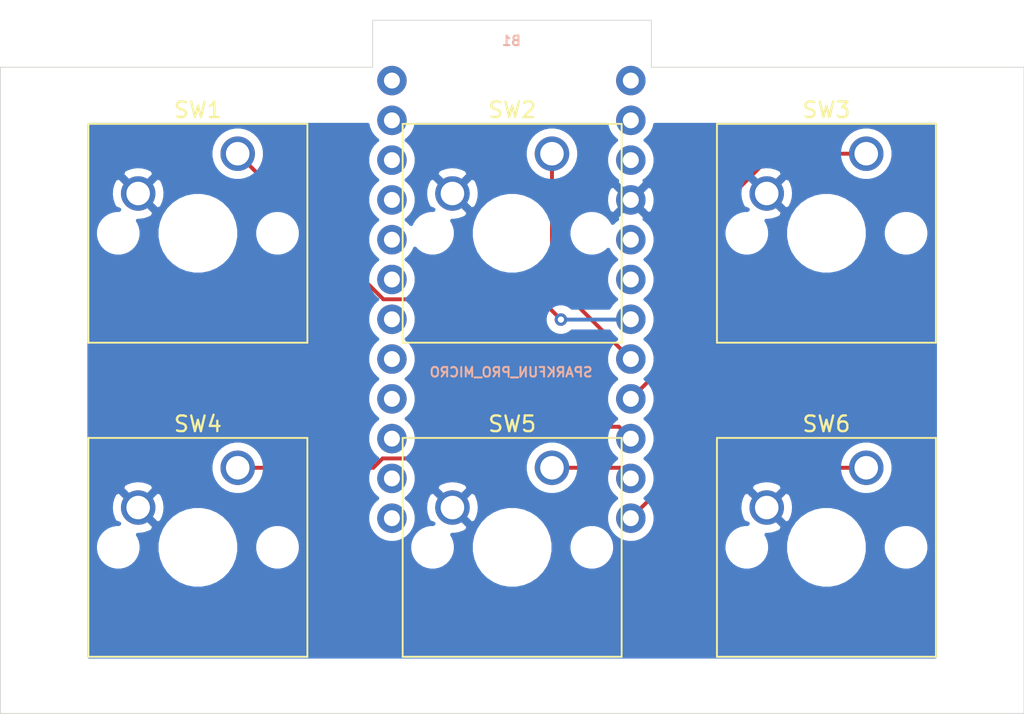
<source format=kicad_pcb>
(kicad_pcb (version 20171130) (host pcbnew "(5.1.9)-1")

  (general
    (thickness 1.6)
    (drawings 8)
    (tracks 22)
    (zones 0)
    (modules 7)
    (nets 25)
  )

  (page A4)
  (layers
    (0 F.Cu signal)
    (31 B.Cu signal)
    (32 B.Adhes user)
    (33 F.Adhes user)
    (34 B.Paste user)
    (35 F.Paste user)
    (36 B.SilkS user)
    (37 F.SilkS user)
    (38 B.Mask user)
    (39 F.Mask user)
    (40 Dwgs.User user)
    (41 Cmts.User user)
    (42 Eco1.User user)
    (43 Eco2.User user)
    (44 Edge.Cuts user)
    (45 Margin user)
    (46 B.CrtYd user)
    (47 F.CrtYd user)
    (48 B.Fab user)
    (49 F.Fab user)
  )

  (setup
    (last_trace_width 0.25)
    (trace_clearance 0.2)
    (zone_clearance 0.508)
    (zone_45_only no)
    (trace_min 0.2)
    (via_size 0.8)
    (via_drill 0.4)
    (via_min_size 0.4)
    (via_min_drill 0.3)
    (uvia_size 0.3)
    (uvia_drill 0.1)
    (uvias_allowed no)
    (uvia_min_size 0.2)
    (uvia_min_drill 0.1)
    (edge_width 0.05)
    (segment_width 0.2)
    (pcb_text_width 0.3)
    (pcb_text_size 1.5 1.5)
    (mod_edge_width 0.12)
    (mod_text_size 1 1)
    (mod_text_width 0.15)
    (pad_size 1.524 1.524)
    (pad_drill 0.762)
    (pad_to_mask_clearance 0)
    (aux_axis_origin 0 0)
    (visible_elements 7FFFFFFF)
    (pcbplotparams
      (layerselection 0x010fc_ffffffff)
      (usegerberextensions false)
      (usegerberattributes true)
      (usegerberadvancedattributes true)
      (creategerberjobfile true)
      (excludeedgelayer true)
      (linewidth 0.100000)
      (plotframeref false)
      (viasonmask false)
      (mode 1)
      (useauxorigin false)
      (hpglpennumber 1)
      (hpglpenspeed 20)
      (hpglpendiameter 15.000000)
      (psnegative false)
      (psa4output false)
      (plotreference true)
      (plotvalue true)
      (plotinvisibletext false)
      (padsonsilk false)
      (subtractmaskfromsilk false)
      (outputformat 1)
      (mirror false)
      (drillshape 0)
      (scaleselection 1)
      (outputdirectory "gerber/"))
  )

  (net 0 "")
  (net 1 GND)
  (net 2 /sw1)
  (net 3 /sw2)
  (net 4 /sw3)
  (net 5 /sw4)
  (net 6 /sw5)
  (net 7 /sw6)
  (net 8 "Net-(B1-Pad24)")
  (net 9 "Net-(B1-Pad23)")
  (net 10 "Net-(B1-Pad22)")
  (net 11 "Net-(B1-Pad21)")
  (net 12 "Net-(B1-Pad20)")
  (net 13 "Net-(B1-Pad19)")
  (net 14 "Net-(B1-Pad18)")
  (net 15 "Net-(B1-Pad17)")
  (net 16 "Net-(B1-Pad16)")
  (net 17 "Net-(B1-Pad15)")
  (net 18 "Net-(B1-Pad14)")
  (net 19 "Net-(B1-Pad13)")
  (net 20 "Net-(B1-Pad6)")
  (net 21 "Net-(B1-Pad5)")
  (net 22 "Net-(B1-Pad3)")
  (net 23 "Net-(B1-Pad2)")
  (net 24 "Net-(B1-Pad1)")

  (net_class Default "This is the default net class."
    (clearance 0.2)
    (trace_width 0.25)
    (via_dia 0.8)
    (via_drill 0.4)
    (uvia_dia 0.3)
    (uvia_drill 0.1)
    (add_net /sw1)
    (add_net /sw2)
    (add_net /sw3)
    (add_net /sw4)
    (add_net /sw5)
    (add_net /sw6)
    (add_net GND)
    (add_net "Net-(B1-Pad1)")
    (add_net "Net-(B1-Pad13)")
    (add_net "Net-(B1-Pad14)")
    (add_net "Net-(B1-Pad15)")
    (add_net "Net-(B1-Pad16)")
    (add_net "Net-(B1-Pad17)")
    (add_net "Net-(B1-Pad18)")
    (add_net "Net-(B1-Pad19)")
    (add_net "Net-(B1-Pad2)")
    (add_net "Net-(B1-Pad20)")
    (add_net "Net-(B1-Pad21)")
    (add_net "Net-(B1-Pad22)")
    (add_net "Net-(B1-Pad23)")
    (add_net "Net-(B1-Pad24)")
    (add_net "Net-(B1-Pad3)")
    (add_net "Net-(B1-Pad5)")
    (add_net "Net-(B1-Pad6)")
  )

  (module Button_Switch_Keyboard:SW_Cherry_MX_1.00u_PCB locked (layer F.Cu) (tedit 5A02FE24) (tstamp 60F7A87A)
    (at 139.44 68.22)
    (descr "Cherry MX keyswitch, 1.00u, PCB mount, http://cherryamericas.com/wp-content/uploads/2014/12/mx_cat.pdf")
    (tags "Cherry MX keyswitch 1.00u PCB")
    (path /60F6E584)
    (fp_text reference SW5 (at -2.54 -2.794) (layer F.SilkS)
      (effects (font (size 1 1) (thickness 0.15)))
    )
    (fp_text value SW_Push (at -2.54 12.954) (layer F.Fab)
      (effects (font (size 1 1) (thickness 0.15)))
    )
    (fp_line (start -9.525 12.065) (end -9.525 -1.905) (layer F.SilkS) (width 0.12))
    (fp_line (start 4.445 12.065) (end -9.525 12.065) (layer F.SilkS) (width 0.12))
    (fp_line (start 4.445 -1.905) (end 4.445 12.065) (layer F.SilkS) (width 0.12))
    (fp_line (start -9.525 -1.905) (end 4.445 -1.905) (layer F.SilkS) (width 0.12))
    (fp_line (start -12.065 14.605) (end -12.065 -4.445) (layer Dwgs.User) (width 0.15))
    (fp_line (start 6.985 14.605) (end -12.065 14.605) (layer Dwgs.User) (width 0.15))
    (fp_line (start 6.985 -4.445) (end 6.985 14.605) (layer Dwgs.User) (width 0.15))
    (fp_line (start -12.065 -4.445) (end 6.985 -4.445) (layer Dwgs.User) (width 0.15))
    (fp_line (start -9.14 -1.52) (end 4.06 -1.52) (layer F.CrtYd) (width 0.05))
    (fp_line (start 4.06 -1.52) (end 4.06 11.68) (layer F.CrtYd) (width 0.05))
    (fp_line (start 4.06 11.68) (end -9.14 11.68) (layer F.CrtYd) (width 0.05))
    (fp_line (start -9.14 11.68) (end -9.14 -1.52) (layer F.CrtYd) (width 0.05))
    (fp_line (start -8.89 11.43) (end -8.89 -1.27) (layer F.Fab) (width 0.1))
    (fp_line (start 3.81 11.43) (end -8.89 11.43) (layer F.Fab) (width 0.1))
    (fp_line (start 3.81 -1.27) (end 3.81 11.43) (layer F.Fab) (width 0.1))
    (fp_line (start -8.89 -1.27) (end 3.81 -1.27) (layer F.Fab) (width 0.1))
    (fp_text user %R (at -2.54 -2.794) (layer F.Fab)
      (effects (font (size 1 1) (thickness 0.15)))
    )
    (pad "" np_thru_hole circle (at 2.54 5.08) (size 1.7 1.7) (drill 1.7) (layers *.Cu *.Mask))
    (pad "" np_thru_hole circle (at -7.62 5.08) (size 1.7 1.7) (drill 1.7) (layers *.Cu *.Mask))
    (pad "" np_thru_hole circle (at -2.54 5.08) (size 4 4) (drill 4) (layers *.Cu *.Mask))
    (pad 2 thru_hole circle (at -6.35 2.54) (size 2.2 2.2) (drill 1.5) (layers *.Cu *.Mask)
      (net 1 GND))
    (pad 1 thru_hole circle (at 0 0) (size 2.2 2.2) (drill 1.5) (layers *.Cu *.Mask)
      (net 6 /sw5))
    (model ${KISYS3DMOD}/Button_Switch_Keyboard.3dshapes/SW_Cherry_MX_1.00u_PCB.wrl
      (at (xyz 0 0 0))
      (scale (xyz 1 1 1))
      (rotate (xyz 0 0 0))
    )
  )

  (module Boards:SPARKFUN_PRO_MICRO (layer B.Cu) (tedit 200000) (tstamp 61137FE4)
    (at 136.85 56.2 180)
    (descr "SPARKFUN PRO MICO FOOTPRINT (WITH USB CONNECTOR)")
    (tags "SPARKFUN PRO MICO FOOTPRINT (WITH USB CONNECTOR)")
    (path /60F68ADE)
    (attr virtual)
    (fp_text reference B1 (at 0 15.24) (layer B.SilkS)
      (effects (font (size 0.6096 0.6096) (thickness 0.127)) (justify mirror))
    )
    (fp_text value SPARKFUN_PRO_MICRO (at 0.02 -5.92) (layer B.SilkS)
      (effects (font (size 0.6096 0.6096) (thickness 0.127)) (justify mirror))
    )
    (fp_line (start -8.89 16.51) (end -8.89 -16.51) (layer Dwgs.User) (width 0.127))
    (fp_line (start -8.89 -16.51) (end 8.89 -16.51) (layer Dwgs.User) (width 0.127))
    (fp_line (start 8.89 -16.51) (end 8.89 16.51) (layer Dwgs.User) (width 0.127))
    (fp_line (start 8.89 16.51) (end -8.89 16.51) (layer Dwgs.User) (width 0.127))
    (fp_line (start -3.81 16.51) (end -3.81 17.78) (layer Dwgs.User) (width 0.127))
    (fp_line (start -3.81 17.78) (end 3.81 17.78) (layer Dwgs.User) (width 0.127))
    (fp_line (start 3.81 17.78) (end 3.81 16.51) (layer Dwgs.User) (width 0.127))
    (fp_text user USB (at -0.0508 16.9164) (layer Dwgs.User)
      (effects (font (size 0.8128 0.8128) (thickness 0.1524)))
    )
    (pad 24 thru_hole circle (at 7.62 12.7 180) (size 1.8796 1.8796) (drill 1.016) (layers *.Cu *.Mask)
      (net 8 "Net-(B1-Pad24)") (solder_mask_margin 0.1016))
    (pad 23 thru_hole circle (at 7.62 10.16 180) (size 1.8796 1.8796) (drill 1.016) (layers *.Cu *.Mask)
      (net 9 "Net-(B1-Pad23)") (solder_mask_margin 0.1016))
    (pad 22 thru_hole circle (at 7.62 7.62 180) (size 1.8796 1.8796) (drill 1.016) (layers *.Cu *.Mask)
      (net 10 "Net-(B1-Pad22)") (solder_mask_margin 0.1016))
    (pad 21 thru_hole circle (at 7.62 5.08 180) (size 1.8796 1.8796) (drill 1.016) (layers *.Cu *.Mask)
      (net 11 "Net-(B1-Pad21)") (solder_mask_margin 0.1016))
    (pad 20 thru_hole circle (at 7.62 2.54 180) (size 1.8796 1.8796) (drill 1.016) (layers *.Cu *.Mask)
      (net 12 "Net-(B1-Pad20)") (solder_mask_margin 0.1016))
    (pad 19 thru_hole circle (at 7.62 0 180) (size 1.8796 1.8796) (drill 1.016) (layers *.Cu *.Mask)
      (net 13 "Net-(B1-Pad19)") (solder_mask_margin 0.1016))
    (pad 18 thru_hole circle (at 7.62 -2.54 180) (size 1.8796 1.8796) (drill 1.016) (layers *.Cu *.Mask)
      (net 14 "Net-(B1-Pad18)") (solder_mask_margin 0.1016))
    (pad 17 thru_hole circle (at 7.62 -5.08 180) (size 1.8796 1.8796) (drill 1.016) (layers *.Cu *.Mask)
      (net 15 "Net-(B1-Pad17)") (solder_mask_margin 0.1016))
    (pad 16 thru_hole circle (at 7.62 -7.62 180) (size 1.8796 1.8796) (drill 1.016) (layers *.Cu *.Mask)
      (net 16 "Net-(B1-Pad16)") (solder_mask_margin 0.1016))
    (pad 15 thru_hole circle (at 7.62 -10.16 180) (size 1.8796 1.8796) (drill 1.016) (layers *.Cu *.Mask)
      (net 17 "Net-(B1-Pad15)") (solder_mask_margin 0.1016))
    (pad 14 thru_hole circle (at 7.62 -12.7 180) (size 1.8796 1.8796) (drill 1.016) (layers *.Cu *.Mask)
      (net 18 "Net-(B1-Pad14)") (solder_mask_margin 0.1016))
    (pad 13 thru_hole circle (at 7.62 -15.24 180) (size 1.8796 1.8796) (drill 1.016) (layers *.Cu *.Mask)
      (net 19 "Net-(B1-Pad13)") (solder_mask_margin 0.1016))
    (pad 12 thru_hole circle (at -7.62 -15.24 180) (size 1.8796 1.8796) (drill 1.016) (layers *.Cu *.Mask)
      (net 7 /sw6) (solder_mask_margin 0.1016))
    (pad 11 thru_hole circle (at -7.62 -12.7 180) (size 1.8796 1.8796) (drill 1.016) (layers *.Cu *.Mask)
      (net 6 /sw5) (solder_mask_margin 0.1016))
    (pad 10 thru_hole circle (at -7.62 -10.16 180) (size 1.8796 1.8796) (drill 1.016) (layers *.Cu *.Mask)
      (net 5 /sw4) (solder_mask_margin 0.1016))
    (pad 9 thru_hole circle (at -7.62 -7.62 180) (size 1.8796 1.8796) (drill 1.016) (layers *.Cu *.Mask)
      (net 4 /sw3) (solder_mask_margin 0.1016))
    (pad 8 thru_hole circle (at -7.62 -5.08 180) (size 1.8796 1.8796) (drill 1.016) (layers *.Cu *.Mask)
      (net 3 /sw2) (solder_mask_margin 0.1016))
    (pad 7 thru_hole circle (at -7.62 -2.54 180) (size 1.8796 1.8796) (drill 1.016) (layers *.Cu *.Mask)
      (net 2 /sw1) (solder_mask_margin 0.1016))
    (pad 6 thru_hole circle (at -7.62 0 180) (size 1.8796 1.8796) (drill 1.016) (layers *.Cu *.Mask)
      (net 20 "Net-(B1-Pad6)") (solder_mask_margin 0.1016))
    (pad 5 thru_hole circle (at -7.62 2.54 180) (size 1.8796 1.8796) (drill 1.016) (layers *.Cu *.Mask)
      (net 21 "Net-(B1-Pad5)") (solder_mask_margin 0.1016))
    (pad 4 thru_hole circle (at -7.62 5.08 180) (size 1.8796 1.8796) (drill 1.016) (layers *.Cu *.Mask)
      (net 1 GND) (solder_mask_margin 0.1016))
    (pad 3 thru_hole circle (at -7.62 7.62 180) (size 1.8796 1.8796) (drill 1.016) (layers *.Cu *.Mask)
      (net 22 "Net-(B1-Pad3)") (solder_mask_margin 0.1016))
    (pad 2 thru_hole circle (at -7.62 10.16 180) (size 1.8796 1.8796) (drill 1.016) (layers *.Cu *.Mask)
      (net 23 "Net-(B1-Pad2)") (solder_mask_margin 0.1016))
    (pad 1 thru_hole circle (at -7.62 12.7 180) (size 1.8796 1.8796) (drill 1.016) (layers *.Cu *.Mask)
      (net 24 "Net-(B1-Pad1)") (solder_mask_margin 0.1016))
  )

  (module Button_Switch_Keyboard:SW_Cherry_MX_1.00u_PCB locked (layer F.Cu) (tedit 5A02FE24) (tstamp 60F7B14A)
    (at 159.49 68.22)
    (descr "Cherry MX keyswitch, 1.00u, PCB mount, http://cherryamericas.com/wp-content/uploads/2014/12/mx_cat.pdf")
    (tags "Cherry MX keyswitch 1.00u PCB")
    (path /60F824A9)
    (fp_text reference SW6 (at -2.54 -2.794) (layer F.SilkS)
      (effects (font (size 1 1) (thickness 0.15)))
    )
    (fp_text value SW_Push (at -2.54 12.954) (layer F.Fab)
      (effects (font (size 1 1) (thickness 0.15)))
    )
    (fp_line (start -9.525 12.065) (end -9.525 -1.905) (layer F.SilkS) (width 0.12))
    (fp_line (start 4.445 12.065) (end -9.525 12.065) (layer F.SilkS) (width 0.12))
    (fp_line (start 4.445 -1.905) (end 4.445 12.065) (layer F.SilkS) (width 0.12))
    (fp_line (start -9.525 -1.905) (end 4.445 -1.905) (layer F.SilkS) (width 0.12))
    (fp_line (start -12.065 14.605) (end -12.065 -4.445) (layer Dwgs.User) (width 0.15))
    (fp_line (start 6.985 14.605) (end -12.065 14.605) (layer Dwgs.User) (width 0.15))
    (fp_line (start 6.985 -4.445) (end 6.985 14.605) (layer Dwgs.User) (width 0.15))
    (fp_line (start -12.065 -4.445) (end 6.985 -4.445) (layer Dwgs.User) (width 0.15))
    (fp_line (start -9.14 -1.52) (end 4.06 -1.52) (layer F.CrtYd) (width 0.05))
    (fp_line (start 4.06 -1.52) (end 4.06 11.68) (layer F.CrtYd) (width 0.05))
    (fp_line (start 4.06 11.68) (end -9.14 11.68) (layer F.CrtYd) (width 0.05))
    (fp_line (start -9.14 11.68) (end -9.14 -1.52) (layer F.CrtYd) (width 0.05))
    (fp_line (start -8.89 11.43) (end -8.89 -1.27) (layer F.Fab) (width 0.1))
    (fp_line (start 3.81 11.43) (end -8.89 11.43) (layer F.Fab) (width 0.1))
    (fp_line (start 3.81 -1.27) (end 3.81 11.43) (layer F.Fab) (width 0.1))
    (fp_line (start -8.89 -1.27) (end 3.81 -1.27) (layer F.Fab) (width 0.1))
    (fp_text user %R (at -2.54 -2.794) (layer F.Fab)
      (effects (font (size 1 1) (thickness 0.15)))
    )
    (pad "" np_thru_hole circle (at 2.54 5.08) (size 1.7 1.7) (drill 1.7) (layers *.Cu *.Mask))
    (pad "" np_thru_hole circle (at -7.62 5.08) (size 1.7 1.7) (drill 1.7) (layers *.Cu *.Mask))
    (pad "" np_thru_hole circle (at -2.54 5.08) (size 4 4) (drill 4) (layers *.Cu *.Mask))
    (pad 2 thru_hole circle (at -6.35 2.54) (size 2.2 2.2) (drill 1.5) (layers *.Cu *.Mask)
      (net 1 GND))
    (pad 1 thru_hole circle (at 0 0) (size 2.2 2.2) (drill 1.5) (layers *.Cu *.Mask)
      (net 7 /sw6))
    (model ${KISYS3DMOD}/Button_Switch_Keyboard.3dshapes/SW_Cherry_MX_1.00u_PCB.wrl
      (at (xyz 0 0 0))
      (scale (xyz 1 1 1))
      (rotate (xyz 0 0 0))
    )
  )

  (module Button_Switch_Keyboard:SW_Cherry_MX_1.00u_PCB locked (layer F.Cu) (tedit 5A02FE24) (tstamp 60F7AC24)
    (at 119.39 68.22)
    (descr "Cherry MX keyswitch, 1.00u, PCB mount, http://cherryamericas.com/wp-content/uploads/2014/12/mx_cat.pdf")
    (tags "Cherry MX keyswitch 1.00u PCB")
    (path /60F6DE95)
    (fp_text reference SW4 (at -2.54 -2.794) (layer F.SilkS)
      (effects (font (size 1 1) (thickness 0.15)))
    )
    (fp_text value SW_Push (at -2.54 12.954) (layer F.Fab)
      (effects (font (size 1 1) (thickness 0.15)))
    )
    (fp_line (start -9.525 12.065) (end -9.525 -1.905) (layer F.SilkS) (width 0.12))
    (fp_line (start 4.445 12.065) (end -9.525 12.065) (layer F.SilkS) (width 0.12))
    (fp_line (start 4.445 -1.905) (end 4.445 12.065) (layer F.SilkS) (width 0.12))
    (fp_line (start -9.525 -1.905) (end 4.445 -1.905) (layer F.SilkS) (width 0.12))
    (fp_line (start -12.065 14.605) (end -12.065 -4.445) (layer Dwgs.User) (width 0.15))
    (fp_line (start 6.985 14.605) (end -12.065 14.605) (layer Dwgs.User) (width 0.15))
    (fp_line (start 6.985 -4.445) (end 6.985 14.605) (layer Dwgs.User) (width 0.15))
    (fp_line (start -12.065 -4.445) (end 6.985 -4.445) (layer Dwgs.User) (width 0.15))
    (fp_line (start -9.14 -1.52) (end 4.06 -1.52) (layer F.CrtYd) (width 0.05))
    (fp_line (start 4.06 -1.52) (end 4.06 11.68) (layer F.CrtYd) (width 0.05))
    (fp_line (start 4.06 11.68) (end -9.14 11.68) (layer F.CrtYd) (width 0.05))
    (fp_line (start -9.14 11.68) (end -9.14 -1.52) (layer F.CrtYd) (width 0.05))
    (fp_line (start -8.89 11.43) (end -8.89 -1.27) (layer F.Fab) (width 0.1))
    (fp_line (start 3.81 11.43) (end -8.89 11.43) (layer F.Fab) (width 0.1))
    (fp_line (start 3.81 -1.27) (end 3.81 11.43) (layer F.Fab) (width 0.1))
    (fp_line (start -8.89 -1.27) (end 3.81 -1.27) (layer F.Fab) (width 0.1))
    (fp_text user %R (at -2.54 -2.794) (layer F.Fab)
      (effects (font (size 1 1) (thickness 0.15)))
    )
    (pad "" np_thru_hole circle (at 2.54 5.08) (size 1.7 1.7) (drill 1.7) (layers *.Cu *.Mask))
    (pad "" np_thru_hole circle (at -7.62 5.08) (size 1.7 1.7) (drill 1.7) (layers *.Cu *.Mask))
    (pad "" np_thru_hole circle (at -2.54 5.08) (size 4 4) (drill 4) (layers *.Cu *.Mask))
    (pad 2 thru_hole circle (at -6.35 2.54) (size 2.2 2.2) (drill 1.5) (layers *.Cu *.Mask)
      (net 1 GND))
    (pad 1 thru_hole circle (at 0 0) (size 2.2 2.2) (drill 1.5) (layers *.Cu *.Mask)
      (net 5 /sw4))
    (model ${KISYS3DMOD}/Button_Switch_Keyboard.3dshapes/SW_Cherry_MX_1.00u_PCB.wrl
      (at (xyz 0 0 0))
      (scale (xyz 1 1 1))
      (rotate (xyz 0 0 0))
    )
  )

  (module Button_Switch_Keyboard:SW_Cherry_MX_1.00u_PCB locked (layer F.Cu) (tedit 5A02FE24) (tstamp 60F7A017)
    (at 159.49 48.17)
    (descr "Cherry MX keyswitch, 1.00u, PCB mount, http://cherryamericas.com/wp-content/uploads/2014/12/mx_cat.pdf")
    (tags "Cherry MX keyswitch 1.00u PCB")
    (path /60F6D551)
    (fp_text reference SW3 (at -2.54 -2.794) (layer F.SilkS)
      (effects (font (size 1 1) (thickness 0.15)))
    )
    (fp_text value SW_Push (at -2.54 12.954) (layer F.Fab)
      (effects (font (size 1 1) (thickness 0.15)))
    )
    (fp_line (start -9.525 12.065) (end -9.525 -1.905) (layer F.SilkS) (width 0.12))
    (fp_line (start 4.445 12.065) (end -9.525 12.065) (layer F.SilkS) (width 0.12))
    (fp_line (start 4.445 -1.905) (end 4.445 12.065) (layer F.SilkS) (width 0.12))
    (fp_line (start -9.525 -1.905) (end 4.445 -1.905) (layer F.SilkS) (width 0.12))
    (fp_line (start -12.065 14.605) (end -12.065 -4.445) (layer Dwgs.User) (width 0.15))
    (fp_line (start 6.985 14.605) (end -12.065 14.605) (layer Dwgs.User) (width 0.15))
    (fp_line (start 6.985 -4.445) (end 6.985 14.605) (layer Dwgs.User) (width 0.15))
    (fp_line (start -12.065 -4.445) (end 6.985 -4.445) (layer Dwgs.User) (width 0.15))
    (fp_line (start -9.14 -1.52) (end 4.06 -1.52) (layer F.CrtYd) (width 0.05))
    (fp_line (start 4.06 -1.52) (end 4.06 11.68) (layer F.CrtYd) (width 0.05))
    (fp_line (start 4.06 11.68) (end -9.14 11.68) (layer F.CrtYd) (width 0.05))
    (fp_line (start -9.14 11.68) (end -9.14 -1.52) (layer F.CrtYd) (width 0.05))
    (fp_line (start -8.89 11.43) (end -8.89 -1.27) (layer F.Fab) (width 0.1))
    (fp_line (start 3.81 11.43) (end -8.89 11.43) (layer F.Fab) (width 0.1))
    (fp_line (start 3.81 -1.27) (end 3.81 11.43) (layer F.Fab) (width 0.1))
    (fp_line (start -8.89 -1.27) (end 3.81 -1.27) (layer F.Fab) (width 0.1))
    (fp_text user %R (at -2.54 -2.794) (layer F.Fab)
      (effects (font (size 1 1) (thickness 0.15)))
    )
    (pad "" np_thru_hole circle (at 2.54 5.08) (size 1.7 1.7) (drill 1.7) (layers *.Cu *.Mask))
    (pad "" np_thru_hole circle (at -7.62 5.08) (size 1.7 1.7) (drill 1.7) (layers *.Cu *.Mask))
    (pad "" np_thru_hole circle (at -2.54 5.08) (size 4 4) (drill 4) (layers *.Cu *.Mask))
    (pad 2 thru_hole circle (at -6.35 2.54) (size 2.2 2.2) (drill 1.5) (layers *.Cu *.Mask)
      (net 1 GND))
    (pad 1 thru_hole circle (at 0 0) (size 2.2 2.2) (drill 1.5) (layers *.Cu *.Mask)
      (net 4 /sw3))
    (model ${KISYS3DMOD}/Button_Switch_Keyboard.3dshapes/SW_Cherry_MX_1.00u_PCB.wrl
      (at (xyz 0 0 0))
      (scale (xyz 1 1 1))
      (rotate (xyz 0 0 0))
    )
  )

  (module Button_Switch_Keyboard:SW_Cherry_MX_1.00u_PCB locked (layer F.Cu) (tedit 5A02FE24) (tstamp 61121366)
    (at 139.44 48.17)
    (descr "Cherry MX keyswitch, 1.00u, PCB mount, http://cherryamericas.com/wp-content/uploads/2014/12/mx_cat.pdf")
    (tags "Cherry MX keyswitch 1.00u PCB")
    (path /60F6C6B3)
    (fp_text reference SW2 (at -2.54 -2.794) (layer F.SilkS)
      (effects (font (size 1 1) (thickness 0.15)))
    )
    (fp_text value SW_Push (at -2.54 12.954) (layer F.Fab)
      (effects (font (size 1 1) (thickness 0.15)))
    )
    (fp_line (start -9.525 12.065) (end -9.525 -1.905) (layer F.SilkS) (width 0.12))
    (fp_line (start 4.445 12.065) (end -9.525 12.065) (layer F.SilkS) (width 0.12))
    (fp_line (start 4.445 -1.905) (end 4.445 12.065) (layer F.SilkS) (width 0.12))
    (fp_line (start -9.525 -1.905) (end 4.445 -1.905) (layer F.SilkS) (width 0.12))
    (fp_line (start -12.065 14.605) (end -12.065 -4.445) (layer Dwgs.User) (width 0.15))
    (fp_line (start 6.985 14.605) (end -12.065 14.605) (layer Dwgs.User) (width 0.15))
    (fp_line (start 6.985 -4.445) (end 6.985 14.605) (layer Dwgs.User) (width 0.15))
    (fp_line (start -12.065 -4.445) (end 6.985 -4.445) (layer Dwgs.User) (width 0.15))
    (fp_line (start -9.14 -1.52) (end 4.06 -1.52) (layer F.CrtYd) (width 0.05))
    (fp_line (start 4.06 -1.52) (end 4.06 11.68) (layer F.CrtYd) (width 0.05))
    (fp_line (start 4.06 11.68) (end -9.14 11.68) (layer F.CrtYd) (width 0.05))
    (fp_line (start -9.14 11.68) (end -9.14 -1.52) (layer F.CrtYd) (width 0.05))
    (fp_line (start -8.89 11.43) (end -8.89 -1.27) (layer F.Fab) (width 0.1))
    (fp_line (start 3.81 11.43) (end -8.89 11.43) (layer F.Fab) (width 0.1))
    (fp_line (start 3.81 -1.27) (end 3.81 11.43) (layer F.Fab) (width 0.1))
    (fp_line (start -8.89 -1.27) (end 3.81 -1.27) (layer F.Fab) (width 0.1))
    (fp_text user %R (at -2.54 -2.794) (layer F.Fab)
      (effects (font (size 1 1) (thickness 0.15)))
    )
    (pad "" np_thru_hole circle (at 2.54 5.08) (size 1.7 1.7) (drill 1.7) (layers *.Cu *.Mask))
    (pad "" np_thru_hole circle (at -7.62 5.08) (size 1.7 1.7) (drill 1.7) (layers *.Cu *.Mask))
    (pad "" np_thru_hole circle (at -2.54 5.08) (size 4 4) (drill 4) (layers *.Cu *.Mask))
    (pad 2 thru_hole circle (at -6.35 2.54) (size 2.2 2.2) (drill 1.5) (layers *.Cu *.Mask)
      (net 1 GND))
    (pad 1 thru_hole circle (at 0 0) (size 2.2 2.2) (drill 1.5) (layers *.Cu *.Mask)
      (net 3 /sw2))
    (model ${KISYS3DMOD}/Button_Switch_Keyboard.3dshapes/SW_Cherry_MX_1.00u_PCB.wrl
      (at (xyz 0 0 0))
      (scale (xyz 1 1 1))
      (rotate (xyz 0 0 0))
    )
  )

  (module Button_Switch_Keyboard:SW_Cherry_MX_1.00u_PCB locked (layer F.Cu) (tedit 5A02FE24) (tstamp 60F6D646)
    (at 119.390001 48.170001)
    (descr "Cherry MX keyswitch, 1.00u, PCB mount, http://cherryamericas.com/wp-content/uploads/2014/12/mx_cat.pdf")
    (tags "Cherry MX keyswitch 1.00u PCB")
    (path /60F6B8EE)
    (fp_text reference SW1 (at -2.54 -2.794) (layer F.SilkS)
      (effects (font (size 1 1) (thickness 0.15)))
    )
    (fp_text value SW_Push (at -2.54 12.954) (layer F.Fab)
      (effects (font (size 1 1) (thickness 0.15)))
    )
    (fp_line (start -9.525 12.065) (end -9.525 -1.905) (layer F.SilkS) (width 0.12))
    (fp_line (start 4.445 12.065) (end -9.525 12.065) (layer F.SilkS) (width 0.12))
    (fp_line (start 4.445 -1.905) (end 4.445 12.065) (layer F.SilkS) (width 0.12))
    (fp_line (start -9.525 -1.905) (end 4.445 -1.905) (layer F.SilkS) (width 0.12))
    (fp_line (start -12.065 14.605) (end -12.065 -4.445) (layer Dwgs.User) (width 0.15))
    (fp_line (start 6.985 14.605) (end -12.065 14.605) (layer Dwgs.User) (width 0.15))
    (fp_line (start 6.985 -4.445) (end 6.985 14.605) (layer Dwgs.User) (width 0.15))
    (fp_line (start -12.065 -4.445) (end 6.985 -4.445) (layer Dwgs.User) (width 0.15))
    (fp_line (start -9.14 -1.52) (end 4.06 -1.52) (layer F.CrtYd) (width 0.05))
    (fp_line (start 4.06 -1.52) (end 4.06 11.68) (layer F.CrtYd) (width 0.05))
    (fp_line (start 4.06 11.68) (end -9.14 11.68) (layer F.CrtYd) (width 0.05))
    (fp_line (start -9.14 11.68) (end -9.14 -1.52) (layer F.CrtYd) (width 0.05))
    (fp_line (start -8.89 11.43) (end -8.89 -1.27) (layer F.Fab) (width 0.1))
    (fp_line (start 3.81 11.43) (end -8.89 11.43) (layer F.Fab) (width 0.1))
    (fp_line (start 3.81 -1.27) (end 3.81 11.43) (layer F.Fab) (width 0.1))
    (fp_line (start -8.89 -1.27) (end 3.81 -1.27) (layer F.Fab) (width 0.1))
    (fp_text user %R (at -2.54 -2.794) (layer F.Fab)
      (effects (font (size 1 1) (thickness 0.15)))
    )
    (pad "" np_thru_hole circle (at 2.54 5.08) (size 1.7 1.7) (drill 1.7) (layers *.Cu *.Mask))
    (pad "" np_thru_hole circle (at -7.62 5.08) (size 1.7 1.7) (drill 1.7) (layers *.Cu *.Mask))
    (pad "" np_thru_hole circle (at -2.54 5.08) (size 4 4) (drill 4) (layers *.Cu *.Mask))
    (pad 2 thru_hole circle (at -6.35 2.54) (size 2.2 2.2) (drill 1.5) (layers *.Cu *.Mask)
      (net 1 GND))
    (pad 1 thru_hole circle (at 0 0) (size 2.2 2.2) (drill 1.5) (layers *.Cu *.Mask)
      (net 2 /sw1))
    (model ${KISYS3DMOD}/Button_Switch_Keyboard.3dshapes/SW_Cherry_MX_1.00u_PCB.wrl
      (at (xyz 0 0 0))
      (scale (xyz 1 1 1))
      (rotate (xyz 0 0 0))
    )
  )

  (gr_line (start 145.78 42.65) (end 169.55 42.65) (layer Edge.Cuts) (width 0.05) (tstamp 6113809E))
  (gr_line (start 128 42.65) (end 104.25 42.65) (layer Edge.Cuts) (width 0.05) (tstamp 6113809D))
  (gr_line (start 128 39.65) (end 145.78 39.65) (layer Edge.Cuts) (width 0.05) (tstamp 61137ED5))
  (gr_line (start 145.78 42.65) (end 145.78 39.65) (layer Edge.Cuts) (width 0.05))
  (gr_line (start 128 42.65) (end 128 39.65) (layer Edge.Cuts) (width 0.05))
  (gr_line (start 104.25 83.9) (end 104.25 42.65) (layer Edge.Cuts) (width 0.05) (tstamp 61136860))
  (gr_line (start 169.55 83.9) (end 104.25 83.9) (layer Edge.Cuts) (width 0.05))
  (gr_line (start 169.55 42.65) (end 169.55 83.9) (layer Edge.Cuts) (width 0.05))

  (via (at 140.01 58.76) (size 0.8) (drill 0.4) (layers F.Cu B.Cu) (net 2))
  (segment (start 138.714801 57.464801) (end 140.01 58.76) (width 0.25) (layer F.Cu) (net 2))
  (segment (start 128.684801 57.464801) (end 138.714801 57.464801) (width 0.25) (layer F.Cu) (net 2))
  (segment (start 119.390001 48.170001) (end 128.684801 57.464801) (width 0.25) (layer F.Cu) (net 2))
  (segment (start 144.45 58.76) (end 144.47 58.74) (width 0.25) (layer B.Cu) (net 2))
  (segment (start 140.01 58.76) (end 144.45 58.76) (width 0.25) (layer B.Cu) (net 2))
  (segment (start 139.44 56.25) (end 144.47 61.28) (width 0.25) (layer F.Cu) (net 3))
  (segment (start 139.44 48.17) (end 139.44 56.25) (width 0.25) (layer F.Cu) (net 3))
  (segment (start 153.570998 48.17) (end 146.78 54.960998) (width 0.25) (layer F.Cu) (net 4))
  (segment (start 159.49 48.17) (end 153.570998 48.17) (width 0.25) (layer F.Cu) (net 4))
  (segment (start 146.78 61.51) (end 144.47 63.82) (width 0.25) (layer F.Cu) (net 4))
  (segment (start 146.78 54.960998) (end 146.78 61.51) (width 0.25) (layer F.Cu) (net 4))
  (segment (start 143.71 65.6) (end 144.47 66.36) (width 0.25) (layer F.Cu) (net 5))
  (segment (start 139.41 65.6) (end 143.71 65.6) (width 0.25) (layer F.Cu) (net 5))
  (segment (start 137.385199 67.624801) (end 139.41 65.6) (width 0.25) (layer F.Cu) (net 5))
  (segment (start 128.635199 67.624801) (end 137.385199 67.624801) (width 0.25) (layer F.Cu) (net 5))
  (segment (start 128.04 68.22) (end 128.635199 67.624801) (width 0.25) (layer F.Cu) (net 5))
  (segment (start 119.39 68.22) (end 128.04 68.22) (width 0.25) (layer F.Cu) (net 5))
  (segment (start 143.79 68.22) (end 144.47 68.9) (width 0.25) (layer F.Cu) (net 6))
  (segment (start 139.44 68.22) (end 143.79 68.22) (width 0.25) (layer F.Cu) (net 6))
  (segment (start 147.69 68.22) (end 144.47 71.44) (width 0.25) (layer F.Cu) (net 7))
  (segment (start 159.49 68.22) (end 147.69 68.22) (width 0.25) (layer F.Cu) (net 7))

  (zone (net 1) (net_name GND) (layer B.Cu) (tstamp 61184EEB) (hatch edge 0.508)
    (connect_pads (clearance 0.508))
    (min_thickness 0.254)
    (fill yes (arc_segments 32) (thermal_gap 0.508) (thermal_bridge_width 0.508))
    (polygon
      (pts
        (xy 164 80.4) (xy 109.8 80.4) (xy 109.8 46.2) (xy 164 46.2)
      )
    )
    (filled_polygon
      (pts
        (xy 127.715718 46.499352) (xy 127.83443 46.785948) (xy 128.006773 47.043877) (xy 128.226123 47.263227) (xy 128.296124 47.31)
        (xy 128.226123 47.356773) (xy 128.006773 47.576123) (xy 127.83443 47.834052) (xy 127.715718 48.120648) (xy 127.6552 48.424896)
        (xy 127.6552 48.735104) (xy 127.715718 49.039352) (xy 127.83443 49.325948) (xy 128.006773 49.583877) (xy 128.226123 49.803227)
        (xy 128.296124 49.85) (xy 128.226123 49.896773) (xy 128.006773 50.116123) (xy 127.83443 50.374052) (xy 127.715718 50.660648)
        (xy 127.6552 50.964896) (xy 127.6552 51.275104) (xy 127.715718 51.579352) (xy 127.83443 51.865948) (xy 128.006773 52.123877)
        (xy 128.226123 52.343227) (xy 128.296124 52.39) (xy 128.226123 52.436773) (xy 128.006773 52.656123) (xy 127.83443 52.914052)
        (xy 127.715718 53.200648) (xy 127.6552 53.504896) (xy 127.6552 53.815104) (xy 127.715718 54.119352) (xy 127.83443 54.405948)
        (xy 128.006773 54.663877) (xy 128.226123 54.883227) (xy 128.296124 54.93) (xy 128.226123 54.976773) (xy 128.006773 55.196123)
        (xy 127.83443 55.454052) (xy 127.715718 55.740648) (xy 127.6552 56.044896) (xy 127.6552 56.355104) (xy 127.715718 56.659352)
        (xy 127.83443 56.945948) (xy 128.006773 57.203877) (xy 128.226123 57.423227) (xy 128.296124 57.47) (xy 128.226123 57.516773)
        (xy 128.006773 57.736123) (xy 127.83443 57.994052) (xy 127.715718 58.280648) (xy 127.6552 58.584896) (xy 127.6552 58.895104)
        (xy 127.715718 59.199352) (xy 127.83443 59.485948) (xy 128.006773 59.743877) (xy 128.226123 59.963227) (xy 128.296124 60.01)
        (xy 128.226123 60.056773) (xy 128.006773 60.276123) (xy 127.83443 60.534052) (xy 127.715718 60.820648) (xy 127.6552 61.124896)
        (xy 127.6552 61.435104) (xy 127.715718 61.739352) (xy 127.83443 62.025948) (xy 128.006773 62.283877) (xy 128.226123 62.503227)
        (xy 128.296124 62.55) (xy 128.226123 62.596773) (xy 128.006773 62.816123) (xy 127.83443 63.074052) (xy 127.715718 63.360648)
        (xy 127.6552 63.664896) (xy 127.6552 63.975104) (xy 127.715718 64.279352) (xy 127.83443 64.565948) (xy 128.006773 64.823877)
        (xy 128.226123 65.043227) (xy 128.296124 65.09) (xy 128.226123 65.136773) (xy 128.006773 65.356123) (xy 127.83443 65.614052)
        (xy 127.715718 65.900648) (xy 127.6552 66.204896) (xy 127.6552 66.515104) (xy 127.715718 66.819352) (xy 127.83443 67.105948)
        (xy 128.006773 67.363877) (xy 128.226123 67.583227) (xy 128.296124 67.63) (xy 128.226123 67.676773) (xy 128.006773 67.896123)
        (xy 127.83443 68.154052) (xy 127.715718 68.440648) (xy 127.6552 68.744896) (xy 127.6552 69.055104) (xy 127.715718 69.359352)
        (xy 127.83443 69.645948) (xy 128.006773 69.903877) (xy 128.226123 70.123227) (xy 128.296124 70.17) (xy 128.226123 70.216773)
        (xy 128.006773 70.436123) (xy 127.83443 70.694052) (xy 127.715718 70.980648) (xy 127.6552 71.284896) (xy 127.6552 71.595104)
        (xy 127.715718 71.899352) (xy 127.83443 72.185948) (xy 128.006773 72.443877) (xy 128.226123 72.663227) (xy 128.484052 72.83557)
        (xy 128.770648 72.954282) (xy 129.074896 73.0148) (xy 129.385104 73.0148) (xy 129.689352 72.954282) (xy 129.975948 72.83557)
        (xy 130.233877 72.663227) (xy 130.453227 72.443877) (xy 130.62557 72.185948) (xy 130.744282 71.899352) (xy 130.8048 71.595104)
        (xy 130.8048 71.284896) (xy 130.744282 70.980648) (xy 130.62557 70.694052) (xy 130.453227 70.436123) (xy 130.233877 70.216773)
        (xy 130.163876 70.17) (xy 130.233877 70.123227) (xy 130.453227 69.903877) (xy 130.62557 69.645948) (xy 130.663951 69.553288)
        (xy 132.062893 69.553288) (xy 133.09 70.580395) (xy 134.117107 69.553288) (xy 134.009274 69.278662) (xy 133.702616 69.127784)
        (xy 133.372415 69.039631) (xy 133.031361 69.017591) (xy 132.692561 69.062511) (xy 132.369034 69.172664) (xy 132.170726 69.278662)
        (xy 132.062893 69.553288) (xy 130.663951 69.553288) (xy 130.744282 69.359352) (xy 130.8048 69.055104) (xy 130.8048 68.744896)
        (xy 130.744282 68.440648) (xy 130.62557 68.154052) (xy 130.555455 68.049117) (xy 137.705 68.049117) (xy 137.705 68.390883)
        (xy 137.771675 68.726081) (xy 137.902463 69.041831) (xy 138.092337 69.325998) (xy 138.334002 69.567663) (xy 138.618169 69.757537)
        (xy 138.933919 69.888325) (xy 139.269117 69.955) (xy 139.610883 69.955) (xy 139.946081 69.888325) (xy 140.261831 69.757537)
        (xy 140.545998 69.567663) (xy 140.787663 69.325998) (xy 140.977537 69.041831) (xy 141.108325 68.726081) (xy 141.175 68.390883)
        (xy 141.175 68.049117) (xy 141.108325 67.713919) (xy 140.977537 67.398169) (xy 140.787663 67.114002) (xy 140.545998 66.872337)
        (xy 140.261831 66.682463) (xy 139.946081 66.551675) (xy 139.610883 66.485) (xy 139.269117 66.485) (xy 138.933919 66.551675)
        (xy 138.618169 66.682463) (xy 138.334002 66.872337) (xy 138.092337 67.114002) (xy 137.902463 67.398169) (xy 137.771675 67.713919)
        (xy 137.705 68.049117) (xy 130.555455 68.049117) (xy 130.453227 67.896123) (xy 130.233877 67.676773) (xy 130.163876 67.63)
        (xy 130.233877 67.583227) (xy 130.453227 67.363877) (xy 130.62557 67.105948) (xy 130.744282 66.819352) (xy 130.8048 66.515104)
        (xy 130.8048 66.204896) (xy 130.744282 65.900648) (xy 130.62557 65.614052) (xy 130.453227 65.356123) (xy 130.233877 65.136773)
        (xy 130.163876 65.09) (xy 130.233877 65.043227) (xy 130.453227 64.823877) (xy 130.62557 64.565948) (xy 130.744282 64.279352)
        (xy 130.8048 63.975104) (xy 130.8048 63.664896) (xy 130.744282 63.360648) (xy 130.62557 63.074052) (xy 130.453227 62.816123)
        (xy 130.233877 62.596773) (xy 130.163876 62.55) (xy 130.233877 62.503227) (xy 130.453227 62.283877) (xy 130.62557 62.025948)
        (xy 130.744282 61.739352) (xy 130.8048 61.435104) (xy 130.8048 61.124896) (xy 130.744282 60.820648) (xy 130.62557 60.534052)
        (xy 130.453227 60.276123) (xy 130.233877 60.056773) (xy 130.163876 60.01) (xy 130.233877 59.963227) (xy 130.453227 59.743877)
        (xy 130.62557 59.485948) (xy 130.744282 59.199352) (xy 130.8048 58.895104) (xy 130.8048 58.658061) (xy 138.975 58.658061)
        (xy 138.975 58.861939) (xy 139.014774 59.061898) (xy 139.092795 59.250256) (xy 139.206063 59.419774) (xy 139.350226 59.563937)
        (xy 139.519744 59.677205) (xy 139.708102 59.755226) (xy 139.908061 59.795) (xy 140.111939 59.795) (xy 140.311898 59.755226)
        (xy 140.500256 59.677205) (xy 140.669774 59.563937) (xy 140.713711 59.52) (xy 143.097183 59.52) (xy 143.246773 59.743877)
        (xy 143.466123 59.963227) (xy 143.536124 60.01) (xy 143.466123 60.056773) (xy 143.246773 60.276123) (xy 143.07443 60.534052)
        (xy 142.955718 60.820648) (xy 142.8952 61.124896) (xy 142.8952 61.435104) (xy 142.955718 61.739352) (xy 143.07443 62.025948)
        (xy 143.246773 62.283877) (xy 143.466123 62.503227) (xy 143.536124 62.55) (xy 143.466123 62.596773) (xy 143.246773 62.816123)
        (xy 143.07443 63.074052) (xy 142.955718 63.360648) (xy 142.8952 63.664896) (xy 142.8952 63.975104) (xy 142.955718 64.279352)
        (xy 143.07443 64.565948) (xy 143.246773 64.823877) (xy 143.466123 65.043227) (xy 143.536124 65.09) (xy 143.466123 65.136773)
        (xy 143.246773 65.356123) (xy 143.07443 65.614052) (xy 142.955718 65.900648) (xy 142.8952 66.204896) (xy 142.8952 66.515104)
        (xy 142.955718 66.819352) (xy 143.07443 67.105948) (xy 143.246773 67.363877) (xy 143.466123 67.583227) (xy 143.536124 67.63)
        (xy 143.466123 67.676773) (xy 143.246773 67.896123) (xy 143.07443 68.154052) (xy 142.955718 68.440648) (xy 142.8952 68.744896)
        (xy 142.8952 69.055104) (xy 142.955718 69.359352) (xy 143.07443 69.645948) (xy 143.246773 69.903877) (xy 143.466123 70.123227)
        (xy 143.536124 70.17) (xy 143.466123 70.216773) (xy 143.246773 70.436123) (xy 143.07443 70.694052) (xy 142.955718 70.980648)
        (xy 142.8952 71.284896) (xy 142.8952 71.595104) (xy 142.955718 71.899352) (xy 143.07443 72.185948) (xy 143.246773 72.443877)
        (xy 143.466123 72.663227) (xy 143.724052 72.83557) (xy 144.010648 72.954282) (xy 144.314896 73.0148) (xy 144.625104 73.0148)
        (xy 144.929352 72.954282) (xy 145.215948 72.83557) (xy 145.473877 72.663227) (xy 145.693227 72.443877) (xy 145.86557 72.185948)
        (xy 145.984282 71.899352) (xy 146.0448 71.595104) (xy 146.0448 71.284896) (xy 145.984282 70.980648) (xy 145.86557 70.694052)
        (xy 145.693227 70.436123) (xy 145.473877 70.216773) (xy 145.403876 70.17) (xy 145.473877 70.123227) (xy 145.693227 69.903877)
        (xy 145.86557 69.645948) (xy 145.903951 69.553288) (xy 152.112893 69.553288) (xy 153.14 70.580395) (xy 154.167107 69.553288)
        (xy 154.059274 69.278662) (xy 153.752616 69.127784) (xy 153.422415 69.039631) (xy 153.081361 69.017591) (xy 152.742561 69.062511)
        (xy 152.419034 69.172664) (xy 152.220726 69.278662) (xy 152.112893 69.553288) (xy 145.903951 69.553288) (xy 145.984282 69.359352)
        (xy 146.0448 69.055104) (xy 146.0448 68.744896) (xy 145.984282 68.440648) (xy 145.86557 68.154052) (xy 145.795455 68.049117)
        (xy 157.755 68.049117) (xy 157.755 68.390883) (xy 157.821675 68.726081) (xy 157.952463 69.041831) (xy 158.142337 69.325998)
        (xy 158.384002 69.567663) (xy 158.668169 69.757537) (xy 158.983919 69.888325) (xy 159.319117 69.955) (xy 159.660883 69.955)
        (xy 159.996081 69.888325) (xy 160.311831 69.757537) (xy 160.595998 69.567663) (xy 160.837663 69.325998) (xy 161.027537 69.041831)
        (xy 161.158325 68.726081) (xy 161.225 68.390883) (xy 161.225 68.049117) (xy 161.158325 67.713919) (xy 161.027537 67.398169)
        (xy 160.837663 67.114002) (xy 160.595998 66.872337) (xy 160.311831 66.682463) (xy 159.996081 66.551675) (xy 159.660883 66.485)
        (xy 159.319117 66.485) (xy 158.983919 66.551675) (xy 158.668169 66.682463) (xy 158.384002 66.872337) (xy 158.142337 67.114002)
        (xy 157.952463 67.398169) (xy 157.821675 67.713919) (xy 157.755 68.049117) (xy 145.795455 68.049117) (xy 145.693227 67.896123)
        (xy 145.473877 67.676773) (xy 145.403876 67.63) (xy 145.473877 67.583227) (xy 145.693227 67.363877) (xy 145.86557 67.105948)
        (xy 145.984282 66.819352) (xy 146.0448 66.515104) (xy 146.0448 66.204896) (xy 145.984282 65.900648) (xy 145.86557 65.614052)
        (xy 145.693227 65.356123) (xy 145.473877 65.136773) (xy 145.403876 65.09) (xy 145.473877 65.043227) (xy 145.693227 64.823877)
        (xy 145.86557 64.565948) (xy 145.984282 64.279352) (xy 146.0448 63.975104) (xy 146.0448 63.664896) (xy 145.984282 63.360648)
        (xy 145.86557 63.074052) (xy 145.693227 62.816123) (xy 145.473877 62.596773) (xy 145.403876 62.55) (xy 145.473877 62.503227)
        (xy 145.693227 62.283877) (xy 145.86557 62.025948) (xy 145.984282 61.739352) (xy 146.0448 61.435104) (xy 146.0448 61.124896)
        (xy 145.984282 60.820648) (xy 145.86557 60.534052) (xy 145.693227 60.276123) (xy 145.473877 60.056773) (xy 145.403876 60.01)
        (xy 145.473877 59.963227) (xy 145.693227 59.743877) (xy 145.86557 59.485948) (xy 145.984282 59.199352) (xy 146.0448 58.895104)
        (xy 146.0448 58.584896) (xy 145.984282 58.280648) (xy 145.86557 57.994052) (xy 145.693227 57.736123) (xy 145.473877 57.516773)
        (xy 145.403876 57.47) (xy 145.473877 57.423227) (xy 145.693227 57.203877) (xy 145.86557 56.945948) (xy 145.984282 56.659352)
        (xy 146.0448 56.355104) (xy 146.0448 56.044896) (xy 145.984282 55.740648) (xy 145.86557 55.454052) (xy 145.693227 55.196123)
        (xy 145.473877 54.976773) (xy 145.403876 54.93) (xy 145.473877 54.883227) (xy 145.693227 54.663877) (xy 145.86557 54.405948)
        (xy 145.984282 54.119352) (xy 146.0448 53.815104) (xy 146.0448 53.504896) (xy 145.984282 53.200648) (xy 145.944142 53.10374)
        (xy 150.385 53.10374) (xy 150.385 53.39626) (xy 150.442068 53.683158) (xy 150.55401 53.953411) (xy 150.716525 54.196632)
        (xy 150.923368 54.403475) (xy 151.166589 54.56599) (xy 151.436842 54.677932) (xy 151.72374 54.735) (xy 152.01626 54.735)
        (xy 152.303158 54.677932) (xy 152.573411 54.56599) (xy 152.816632 54.403475) (xy 153.023475 54.196632) (xy 153.18599 53.953411)
        (xy 153.297932 53.683158) (xy 153.355 53.39626) (xy 153.355 53.10374) (xy 153.332471 52.990475) (xy 154.315 52.990475)
        (xy 154.315 53.509525) (xy 154.416261 54.018601) (xy 154.614893 54.498141) (xy 154.903262 54.929715) (xy 155.270285 55.296738)
        (xy 155.701859 55.585107) (xy 156.181399 55.783739) (xy 156.690475 55.885) (xy 157.209525 55.885) (xy 157.718601 55.783739)
        (xy 158.198141 55.585107) (xy 158.629715 55.296738) (xy 158.996738 54.929715) (xy 159.285107 54.498141) (xy 159.483739 54.018601)
        (xy 159.585 53.509525) (xy 159.585 53.10374) (xy 160.545 53.10374) (xy 160.545 53.39626) (xy 160.602068 53.683158)
        (xy 160.71401 53.953411) (xy 160.876525 54.196632) (xy 161.083368 54.403475) (xy 161.326589 54.56599) (xy 161.596842 54.677932)
        (xy 161.88374 54.735) (xy 162.17626 54.735) (xy 162.463158 54.677932) (xy 162.733411 54.56599) (xy 162.976632 54.403475)
        (xy 163.183475 54.196632) (xy 163.34599 53.953411) (xy 163.457932 53.683158) (xy 163.515 53.39626) (xy 163.515 53.10374)
        (xy 163.457932 52.816842) (xy 163.34599 52.546589) (xy 163.183475 52.303368) (xy 162.976632 52.096525) (xy 162.733411 51.93401)
        (xy 162.463158 51.822068) (xy 162.17626 51.765) (xy 161.88374 51.765) (xy 161.596842 51.822068) (xy 161.326589 51.93401)
        (xy 161.083368 52.096525) (xy 160.876525 52.303368) (xy 160.71401 52.546589) (xy 160.602068 52.816842) (xy 160.545 53.10374)
        (xy 159.585 53.10374) (xy 159.585 52.990475) (xy 159.483739 52.481399) (xy 159.285107 52.001859) (xy 158.996738 51.570285)
        (xy 158.629715 51.203262) (xy 158.198141 50.914893) (xy 157.718601 50.716261) (xy 157.209525 50.615) (xy 156.690475 50.615)
        (xy 156.181399 50.716261) (xy 155.701859 50.914893) (xy 155.270285 51.203262) (xy 154.903262 51.570285) (xy 154.614893 52.001859)
        (xy 154.416261 52.481399) (xy 154.315 52.990475) (xy 153.332471 52.990475) (xy 153.297932 52.816842) (xy 153.18599 52.546589)
        (xy 153.11965 52.447304) (xy 153.198639 52.452409) (xy 153.537439 52.407489) (xy 153.860966 52.297336) (xy 154.059274 52.191338)
        (xy 154.167107 51.916712) (xy 153.14 50.889605) (xy 153.125858 50.903748) (xy 152.946253 50.724143) (xy 152.960395 50.71)
        (xy 153.319605 50.71) (xy 154.346712 51.737107) (xy 154.621338 51.629274) (xy 154.772216 51.322616) (xy 154.860369 50.992415)
        (xy 154.882409 50.651361) (xy 154.837489 50.312561) (xy 154.727336 49.989034) (xy 154.621338 49.790726) (xy 154.346712 49.682893)
        (xy 153.319605 50.71) (xy 152.960395 50.71) (xy 151.933288 49.682893) (xy 151.658662 49.790726) (xy 151.507784 50.097384)
        (xy 151.419631 50.427585) (xy 151.397591 50.768639) (xy 151.442511 51.107439) (xy 151.552664 51.430966) (xy 151.658662 51.629274)
        (xy 151.933286 51.737106) (xy 151.905392 51.765) (xy 151.72374 51.765) (xy 151.436842 51.822068) (xy 151.166589 51.93401)
        (xy 150.923368 52.096525) (xy 150.716525 52.303368) (xy 150.55401 52.546589) (xy 150.442068 52.816842) (xy 150.385 53.10374)
        (xy 145.944142 53.10374) (xy 145.86557 52.914052) (xy 145.693227 52.656123) (xy 145.473877 52.436773) (xy 145.337286 52.345505)
        (xy 145.382871 52.212476) (xy 144.47 51.299605) (xy 143.557129 52.212476) (xy 143.602714 52.345505) (xy 143.466123 52.436773)
        (xy 143.313656 52.58924) (xy 143.29599 52.546589) (xy 143.133475 52.303368) (xy 142.926632 52.096525) (xy 142.683411 51.93401)
        (xy 142.413158 51.822068) (xy 142.12626 51.765) (xy 141.83374 51.765) (xy 141.546842 51.822068) (xy 141.276589 51.93401)
        (xy 141.033368 52.096525) (xy 140.826525 52.303368) (xy 140.66401 52.546589) (xy 140.552068 52.816842) (xy 140.495 53.10374)
        (xy 140.495 53.39626) (xy 140.552068 53.683158) (xy 140.66401 53.953411) (xy 140.826525 54.196632) (xy 141.033368 54.403475)
        (xy 141.276589 54.56599) (xy 141.546842 54.677932) (xy 141.83374 54.735) (xy 142.12626 54.735) (xy 142.413158 54.677932)
        (xy 142.683411 54.56599) (xy 142.926632 54.403475) (xy 143.030417 54.29969) (xy 143.07443 54.405948) (xy 143.246773 54.663877)
        (xy 143.466123 54.883227) (xy 143.536124 54.93) (xy 143.466123 54.976773) (xy 143.246773 55.196123) (xy 143.07443 55.454052)
        (xy 142.955718 55.740648) (xy 142.8952 56.044896) (xy 142.8952 56.355104) (xy 142.955718 56.659352) (xy 143.07443 56.945948)
        (xy 143.246773 57.203877) (xy 143.466123 57.423227) (xy 143.536124 57.47) (xy 143.466123 57.516773) (xy 143.246773 57.736123)
        (xy 143.07443 57.994052) (xy 143.071966 58) (xy 140.713711 58) (xy 140.669774 57.956063) (xy 140.500256 57.842795)
        (xy 140.311898 57.764774) (xy 140.111939 57.725) (xy 139.908061 57.725) (xy 139.708102 57.764774) (xy 139.519744 57.842795)
        (xy 139.350226 57.956063) (xy 139.206063 58.100226) (xy 139.092795 58.269744) (xy 139.014774 58.458102) (xy 138.975 58.658061)
        (xy 130.8048 58.658061) (xy 130.8048 58.584896) (xy 130.744282 58.280648) (xy 130.62557 57.994052) (xy 130.453227 57.736123)
        (xy 130.233877 57.516773) (xy 130.163876 57.47) (xy 130.233877 57.423227) (xy 130.453227 57.203877) (xy 130.62557 56.945948)
        (xy 130.744282 56.659352) (xy 130.8048 56.355104) (xy 130.8048 56.044896) (xy 130.744282 55.740648) (xy 130.62557 55.454052)
        (xy 130.453227 55.196123) (xy 130.233877 54.976773) (xy 130.163876 54.93) (xy 130.233877 54.883227) (xy 130.453227 54.663877)
        (xy 130.62557 54.405948) (xy 130.698873 54.22898) (xy 130.873368 54.403475) (xy 131.116589 54.56599) (xy 131.386842 54.677932)
        (xy 131.67374 54.735) (xy 131.96626 54.735) (xy 132.253158 54.677932) (xy 132.523411 54.56599) (xy 132.766632 54.403475)
        (xy 132.973475 54.196632) (xy 133.13599 53.953411) (xy 133.247932 53.683158) (xy 133.305 53.39626) (xy 133.305 53.10374)
        (xy 133.282471 52.990475) (xy 134.265 52.990475) (xy 134.265 53.509525) (xy 134.366261 54.018601) (xy 134.564893 54.498141)
        (xy 134.853262 54.929715) (xy 135.220285 55.296738) (xy 135.651859 55.585107) (xy 136.131399 55.783739) (xy 136.640475 55.885)
        (xy 137.159525 55.885) (xy 137.668601 55.783739) (xy 138.148141 55.585107) (xy 138.579715 55.296738) (xy 138.946738 54.929715)
        (xy 139.235107 54.498141) (xy 139.433739 54.018601) (xy 139.535 53.509525) (xy 139.535 52.990475) (xy 139.433739 52.481399)
        (xy 139.235107 52.001859) (xy 138.946738 51.570285) (xy 138.579715 51.203262) (xy 138.55235 51.184977) (xy 142.888916 51.184977)
        (xy 142.931973 51.492184) (xy 143.034135 51.785086) (xy 143.119277 51.944377) (xy 143.377524 52.032871) (xy 144.290395 51.12)
        (xy 144.649605 51.12) (xy 145.562476 52.032871) (xy 145.820723 51.944377) (xy 145.955597 51.665024) (xy 146.033381 51.364725)
        (xy 146.051084 51.055023) (xy 146.008027 50.747816) (xy 145.905865 50.454914) (xy 145.820723 50.295623) (xy 145.562476 50.207129)
        (xy 144.649605 51.12) (xy 144.290395 51.12) (xy 143.377524 50.207129) (xy 143.119277 50.295623) (xy 142.984403 50.574976)
        (xy 142.906619 50.875275) (xy 142.888916 51.184977) (xy 138.55235 51.184977) (xy 138.148141 50.914893) (xy 137.668601 50.716261)
        (xy 137.159525 50.615) (xy 136.640475 50.615) (xy 136.131399 50.716261) (xy 135.651859 50.914893) (xy 135.220285 51.203262)
        (xy 134.853262 51.570285) (xy 134.564893 52.001859) (xy 134.366261 52.481399) (xy 134.265 52.990475) (xy 133.282471 52.990475)
        (xy 133.247932 52.816842) (xy 133.13599 52.546589) (xy 133.06965 52.447304) (xy 133.148639 52.452409) (xy 133.487439 52.407489)
        (xy 133.810966 52.297336) (xy 134.009274 52.191338) (xy 134.117107 51.916712) (xy 133.09 50.889605) (xy 133.075858 50.903748)
        (xy 132.896253 50.724143) (xy 132.910395 50.71) (xy 133.269605 50.71) (xy 134.296712 51.737107) (xy 134.571338 51.629274)
        (xy 134.722216 51.322616) (xy 134.810369 50.992415) (xy 134.832409 50.651361) (xy 134.787489 50.312561) (xy 134.677336 49.989034)
        (xy 134.571338 49.790726) (xy 134.296712 49.682893) (xy 133.269605 50.71) (xy 132.910395 50.71) (xy 131.883288 49.682893)
        (xy 131.608662 49.790726) (xy 131.457784 50.097384) (xy 131.369631 50.427585) (xy 131.347591 50.768639) (xy 131.392511 51.107439)
        (xy 131.502664 51.430966) (xy 131.608662 51.629274) (xy 131.883286 51.737106) (xy 131.855392 51.765) (xy 131.67374 51.765)
        (xy 131.386842 51.822068) (xy 131.116589 51.93401) (xy 130.873368 52.096525) (xy 130.666525 52.303368) (xy 130.50401 52.546589)
        (xy 130.456568 52.661124) (xy 130.453227 52.656123) (xy 130.233877 52.436773) (xy 130.163876 52.39) (xy 130.233877 52.343227)
        (xy 130.453227 52.123877) (xy 130.62557 51.865948) (xy 130.744282 51.579352) (xy 130.8048 51.275104) (xy 130.8048 50.964896)
        (xy 130.744282 50.660648) (xy 130.62557 50.374052) (xy 130.453227 50.116123) (xy 130.233877 49.896773) (xy 130.163876 49.85)
        (xy 130.233877 49.803227) (xy 130.453227 49.583877) (xy 130.507074 49.503288) (xy 132.062893 49.503288) (xy 133.09 50.530395)
        (xy 134.117107 49.503288) (xy 134.009274 49.228662) (xy 133.702616 49.077784) (xy 133.372415 48.989631) (xy 133.031361 48.967591)
        (xy 132.692561 49.012511) (xy 132.369034 49.122664) (xy 132.170726 49.228662) (xy 132.062893 49.503288) (xy 130.507074 49.503288)
        (xy 130.62557 49.325948) (xy 130.744282 49.039352) (xy 130.8048 48.735104) (xy 130.8048 48.424896) (xy 130.744282 48.120648)
        (xy 130.693943 47.999117) (xy 137.705 47.999117) (xy 137.705 48.340883) (xy 137.771675 48.676081) (xy 137.902463 48.991831)
        (xy 138.092337 49.275998) (xy 138.334002 49.517663) (xy 138.618169 49.707537) (xy 138.933919 49.838325) (xy 139.269117 49.905)
        (xy 139.610883 49.905) (xy 139.946081 49.838325) (xy 140.261831 49.707537) (xy 140.545998 49.517663) (xy 140.787663 49.275998)
        (xy 140.977537 48.991831) (xy 141.108325 48.676081) (xy 141.175 48.340883) (xy 141.175 47.999117) (xy 141.108325 47.663919)
        (xy 140.977537 47.348169) (xy 140.787663 47.064002) (xy 140.545998 46.822337) (xy 140.261831 46.632463) (xy 139.946081 46.501675)
        (xy 139.610883 46.435) (xy 139.269117 46.435) (xy 138.933919 46.501675) (xy 138.618169 46.632463) (xy 138.334002 46.822337)
        (xy 138.092337 47.064002) (xy 137.902463 47.348169) (xy 137.771675 47.663919) (xy 137.705 47.999117) (xy 130.693943 47.999117)
        (xy 130.62557 47.834052) (xy 130.453227 47.576123) (xy 130.233877 47.356773) (xy 130.163876 47.31) (xy 130.233877 47.263227)
        (xy 130.453227 47.043877) (xy 130.62557 46.785948) (xy 130.744282 46.499352) (xy 130.778565 46.327) (xy 142.921435 46.327)
        (xy 142.955718 46.499352) (xy 143.07443 46.785948) (xy 143.246773 47.043877) (xy 143.466123 47.263227) (xy 143.536124 47.31)
        (xy 143.466123 47.356773) (xy 143.246773 47.576123) (xy 143.07443 47.834052) (xy 142.955718 48.120648) (xy 142.8952 48.424896)
        (xy 142.8952 48.735104) (xy 142.955718 49.039352) (xy 143.07443 49.325948) (xy 143.246773 49.583877) (xy 143.466123 49.803227)
        (xy 143.602714 49.894495) (xy 143.557129 50.027524) (xy 144.47 50.940395) (xy 145.382871 50.027524) (xy 145.337286 49.894495)
        (xy 145.473877 49.803227) (xy 145.693227 49.583877) (xy 145.747074 49.503288) (xy 152.112893 49.503288) (xy 153.14 50.530395)
        (xy 154.167107 49.503288) (xy 154.059274 49.228662) (xy 153.752616 49.077784) (xy 153.422415 48.989631) (xy 153.081361 48.967591)
        (xy 152.742561 49.012511) (xy 152.419034 49.122664) (xy 152.220726 49.228662) (xy 152.112893 49.503288) (xy 145.747074 49.503288)
        (xy 145.86557 49.325948) (xy 145.984282 49.039352) (xy 146.0448 48.735104) (xy 146.0448 48.424896) (xy 145.984282 48.120648)
        (xy 145.933943 47.999117) (xy 157.755 47.999117) (xy 157.755 48.340883) (xy 157.821675 48.676081) (xy 157.952463 48.991831)
        (xy 158.142337 49.275998) (xy 158.384002 49.517663) (xy 158.668169 49.707537) (xy 158.983919 49.838325) (xy 159.319117 49.905)
        (xy 159.660883 49.905) (xy 159.996081 49.838325) (xy 160.311831 49.707537) (xy 160.595998 49.517663) (xy 160.837663 49.275998)
        (xy 161.027537 48.991831) (xy 161.158325 48.676081) (xy 161.225 48.340883) (xy 161.225 47.999117) (xy 161.158325 47.663919)
        (xy 161.027537 47.348169) (xy 160.837663 47.064002) (xy 160.595998 46.822337) (xy 160.311831 46.632463) (xy 159.996081 46.501675)
        (xy 159.660883 46.435) (xy 159.319117 46.435) (xy 158.983919 46.501675) (xy 158.668169 46.632463) (xy 158.384002 46.822337)
        (xy 158.142337 47.064002) (xy 157.952463 47.348169) (xy 157.821675 47.663919) (xy 157.755 47.999117) (xy 145.933943 47.999117)
        (xy 145.86557 47.834052) (xy 145.693227 47.576123) (xy 145.473877 47.356773) (xy 145.403876 47.31) (xy 145.473877 47.263227)
        (xy 145.693227 47.043877) (xy 145.86557 46.785948) (xy 145.984282 46.499352) (xy 146.018565 46.327) (xy 163.873 46.327)
        (xy 163.873 80.273) (xy 109.927 80.273) (xy 109.927 73.15374) (xy 110.285 73.15374) (xy 110.285 73.44626)
        (xy 110.342068 73.733158) (xy 110.45401 74.003411) (xy 110.616525 74.246632) (xy 110.823368 74.453475) (xy 111.066589 74.61599)
        (xy 111.336842 74.727932) (xy 111.62374 74.785) (xy 111.91626 74.785) (xy 112.203158 74.727932) (xy 112.473411 74.61599)
        (xy 112.716632 74.453475) (xy 112.923475 74.246632) (xy 113.08599 74.003411) (xy 113.197932 73.733158) (xy 113.255 73.44626)
        (xy 113.255 73.15374) (xy 113.232471 73.040475) (xy 114.215 73.040475) (xy 114.215 73.559525) (xy 114.316261 74.068601)
        (xy 114.514893 74.548141) (xy 114.803262 74.979715) (xy 115.170285 75.346738) (xy 115.601859 75.635107) (xy 116.081399 75.833739)
        (xy 116.590475 75.935) (xy 117.109525 75.935) (xy 117.618601 75.833739) (xy 118.098141 75.635107) (xy 118.529715 75.346738)
        (xy 118.896738 74.979715) (xy 119.185107 74.548141) (xy 119.383739 74.068601) (xy 119.485 73.559525) (xy 119.485 73.15374)
        (xy 120.445 73.15374) (xy 120.445 73.44626) (xy 120.502068 73.733158) (xy 120.61401 74.003411) (xy 120.776525 74.246632)
        (xy 120.983368 74.453475) (xy 121.226589 74.61599) (xy 121.496842 74.727932) (xy 121.78374 74.785) (xy 122.07626 74.785)
        (xy 122.363158 74.727932) (xy 122.633411 74.61599) (xy 122.876632 74.453475) (xy 123.083475 74.246632) (xy 123.24599 74.003411)
        (xy 123.357932 73.733158) (xy 123.415 73.44626) (xy 123.415 73.15374) (xy 130.335 73.15374) (xy 130.335 73.44626)
        (xy 130.392068 73.733158) (xy 130.50401 74.003411) (xy 130.666525 74.246632) (xy 130.873368 74.453475) (xy 131.116589 74.61599)
        (xy 131.386842 74.727932) (xy 131.67374 74.785) (xy 131.96626 74.785) (xy 132.253158 74.727932) (xy 132.523411 74.61599)
        (xy 132.766632 74.453475) (xy 132.973475 74.246632) (xy 133.13599 74.003411) (xy 133.247932 73.733158) (xy 133.305 73.44626)
        (xy 133.305 73.15374) (xy 133.282471 73.040475) (xy 134.265 73.040475) (xy 134.265 73.559525) (xy 134.366261 74.068601)
        (xy 134.564893 74.548141) (xy 134.853262 74.979715) (xy 135.220285 75.346738) (xy 135.651859 75.635107) (xy 136.131399 75.833739)
        (xy 136.640475 75.935) (xy 137.159525 75.935) (xy 137.668601 75.833739) (xy 138.148141 75.635107) (xy 138.579715 75.346738)
        (xy 138.946738 74.979715) (xy 139.235107 74.548141) (xy 139.433739 74.068601) (xy 139.535 73.559525) (xy 139.535 73.15374)
        (xy 140.495 73.15374) (xy 140.495 73.44626) (xy 140.552068 73.733158) (xy 140.66401 74.003411) (xy 140.826525 74.246632)
        (xy 141.033368 74.453475) (xy 141.276589 74.61599) (xy 141.546842 74.727932) (xy 141.83374 74.785) (xy 142.12626 74.785)
        (xy 142.413158 74.727932) (xy 142.683411 74.61599) (xy 142.926632 74.453475) (xy 143.133475 74.246632) (xy 143.29599 74.003411)
        (xy 143.407932 73.733158) (xy 143.465 73.44626) (xy 143.465 73.15374) (xy 150.385 73.15374) (xy 150.385 73.44626)
        (xy 150.442068 73.733158) (xy 150.55401 74.003411) (xy 150.716525 74.246632) (xy 150.923368 74.453475) (xy 151.166589 74.61599)
        (xy 151.436842 74.727932) (xy 151.72374 74.785) (xy 152.01626 74.785) (xy 152.303158 74.727932) (xy 152.573411 74.61599)
        (xy 152.816632 74.453475) (xy 153.023475 74.246632) (xy 153.18599 74.003411) (xy 153.297932 73.733158) (xy 153.355 73.44626)
        (xy 153.355 73.15374) (xy 153.332471 73.040475) (xy 154.315 73.040475) (xy 154.315 73.559525) (xy 154.416261 74.068601)
        (xy 154.614893 74.548141) (xy 154.903262 74.979715) (xy 155.270285 75.346738) (xy 155.701859 75.635107) (xy 156.181399 75.833739)
        (xy 156.690475 75.935) (xy 157.209525 75.935) (xy 157.718601 75.833739) (xy 158.198141 75.635107) (xy 158.629715 75.346738)
        (xy 158.996738 74.979715) (xy 159.285107 74.548141) (xy 159.483739 74.068601) (xy 159.585 73.559525) (xy 159.585 73.15374)
        (xy 160.545 73.15374) (xy 160.545 73.44626) (xy 160.602068 73.733158) (xy 160.71401 74.003411) (xy 160.876525 74.246632)
        (xy 161.083368 74.453475) (xy 161.326589 74.61599) (xy 161.596842 74.727932) (xy 161.88374 74.785) (xy 162.17626 74.785)
        (xy 162.463158 74.727932) (xy 162.733411 74.61599) (xy 162.976632 74.453475) (xy 163.183475 74.246632) (xy 163.34599 74.003411)
        (xy 163.457932 73.733158) (xy 163.515 73.44626) (xy 163.515 73.15374) (xy 163.457932 72.866842) (xy 163.34599 72.596589)
        (xy 163.183475 72.353368) (xy 162.976632 72.146525) (xy 162.733411 71.98401) (xy 162.463158 71.872068) (xy 162.17626 71.815)
        (xy 161.88374 71.815) (xy 161.596842 71.872068) (xy 161.326589 71.98401) (xy 161.083368 72.146525) (xy 160.876525 72.353368)
        (xy 160.71401 72.596589) (xy 160.602068 72.866842) (xy 160.545 73.15374) (xy 159.585 73.15374) (xy 159.585 73.040475)
        (xy 159.483739 72.531399) (xy 159.285107 72.051859) (xy 158.996738 71.620285) (xy 158.629715 71.253262) (xy 158.198141 70.964893)
        (xy 157.718601 70.766261) (xy 157.209525 70.665) (xy 156.690475 70.665) (xy 156.181399 70.766261) (xy 155.701859 70.964893)
        (xy 155.270285 71.253262) (xy 154.903262 71.620285) (xy 154.614893 72.051859) (xy 154.416261 72.531399) (xy 154.315 73.040475)
        (xy 153.332471 73.040475) (xy 153.297932 72.866842) (xy 153.18599 72.596589) (xy 153.11965 72.497304) (xy 153.198639 72.502409)
        (xy 153.537439 72.457489) (xy 153.860966 72.347336) (xy 154.059274 72.241338) (xy 154.167107 71.966712) (xy 153.14 70.939605)
        (xy 153.125858 70.953748) (xy 152.946253 70.774143) (xy 152.960395 70.76) (xy 153.319605 70.76) (xy 154.346712 71.787107)
        (xy 154.621338 71.679274) (xy 154.772216 71.372616) (xy 154.860369 71.042415) (xy 154.882409 70.701361) (xy 154.837489 70.362561)
        (xy 154.727336 70.039034) (xy 154.621338 69.840726) (xy 154.346712 69.732893) (xy 153.319605 70.76) (xy 152.960395 70.76)
        (xy 151.933288 69.732893) (xy 151.658662 69.840726) (xy 151.507784 70.147384) (xy 151.419631 70.477585) (xy 151.397591 70.818639)
        (xy 151.442511 71.157439) (xy 151.552664 71.480966) (xy 151.658662 71.679274) (xy 151.933286 71.787106) (xy 151.905392 71.815)
        (xy 151.72374 71.815) (xy 151.436842 71.872068) (xy 151.166589 71.98401) (xy 150.923368 72.146525) (xy 150.716525 72.353368)
        (xy 150.55401 72.596589) (xy 150.442068 72.866842) (xy 150.385 73.15374) (xy 143.465 73.15374) (xy 143.407932 72.866842)
        (xy 143.29599 72.596589) (xy 143.133475 72.353368) (xy 142.926632 72.146525) (xy 142.683411 71.98401) (xy 142.413158 71.872068)
        (xy 142.12626 71.815) (xy 141.83374 71.815) (xy 141.546842 71.872068) (xy 141.276589 71.98401) (xy 141.033368 72.146525)
        (xy 140.826525 72.353368) (xy 140.66401 72.596589) (xy 140.552068 72.866842) (xy 140.495 73.15374) (xy 139.535 73.15374)
        (xy 139.535 73.040475) (xy 139.433739 72.531399) (xy 139.235107 72.051859) (xy 138.946738 71.620285) (xy 138.579715 71.253262)
        (xy 138.148141 70.964893) (xy 137.668601 70.766261) (xy 137.159525 70.665) (xy 136.640475 70.665) (xy 136.131399 70.766261)
        (xy 135.651859 70.964893) (xy 135.220285 71.253262) (xy 134.853262 71.620285) (xy 134.564893 72.051859) (xy 134.366261 72.531399)
        (xy 134.265 73.040475) (xy 133.282471 73.040475) (xy 133.247932 72.866842) (xy 133.13599 72.596589) (xy 133.06965 72.497304)
        (xy 133.148639 72.502409) (xy 133.487439 72.457489) (xy 133.810966 72.347336) (xy 134.009274 72.241338) (xy 134.117107 71.966712)
        (xy 133.09 70.939605) (xy 133.075858 70.953748) (xy 132.896253 70.774143) (xy 132.910395 70.76) (xy 133.269605 70.76)
        (xy 134.296712 71.787107) (xy 134.571338 71.679274) (xy 134.722216 71.372616) (xy 134.810369 71.042415) (xy 134.832409 70.701361)
        (xy 134.787489 70.362561) (xy 134.677336 70.039034) (xy 134.571338 69.840726) (xy 134.296712 69.732893) (xy 133.269605 70.76)
        (xy 132.910395 70.76) (xy 131.883288 69.732893) (xy 131.608662 69.840726) (xy 131.457784 70.147384) (xy 131.369631 70.477585)
        (xy 131.347591 70.818639) (xy 131.392511 71.157439) (xy 131.502664 71.480966) (xy 131.608662 71.679274) (xy 131.883286 71.787106)
        (xy 131.855392 71.815) (xy 131.67374 71.815) (xy 131.386842 71.872068) (xy 131.116589 71.98401) (xy 130.873368 72.146525)
        (xy 130.666525 72.353368) (xy 130.50401 72.596589) (xy 130.392068 72.866842) (xy 130.335 73.15374) (xy 123.415 73.15374)
        (xy 123.357932 72.866842) (xy 123.24599 72.596589) (xy 123.083475 72.353368) (xy 122.876632 72.146525) (xy 122.633411 71.98401)
        (xy 122.363158 71.872068) (xy 122.07626 71.815) (xy 121.78374 71.815) (xy 121.496842 71.872068) (xy 121.226589 71.98401)
        (xy 120.983368 72.146525) (xy 120.776525 72.353368) (xy 120.61401 72.596589) (xy 120.502068 72.866842) (xy 120.445 73.15374)
        (xy 119.485 73.15374) (xy 119.485 73.040475) (xy 119.383739 72.531399) (xy 119.185107 72.051859) (xy 118.896738 71.620285)
        (xy 118.529715 71.253262) (xy 118.098141 70.964893) (xy 117.618601 70.766261) (xy 117.109525 70.665) (xy 116.590475 70.665)
        (xy 116.081399 70.766261) (xy 115.601859 70.964893) (xy 115.170285 71.253262) (xy 114.803262 71.620285) (xy 114.514893 72.051859)
        (xy 114.316261 72.531399) (xy 114.215 73.040475) (xy 113.232471 73.040475) (xy 113.197932 72.866842) (xy 113.08599 72.596589)
        (xy 113.01965 72.497304) (xy 113.098639 72.502409) (xy 113.437439 72.457489) (xy 113.760966 72.347336) (xy 113.959274 72.241338)
        (xy 114.067107 71.966712) (xy 113.04 70.939605) (xy 113.025858 70.953748) (xy 112.846253 70.774143) (xy 112.860395 70.76)
        (xy 113.219605 70.76) (xy 114.246712 71.787107) (xy 114.521338 71.679274) (xy 114.672216 71.372616) (xy 114.760369 71.042415)
        (xy 114.782409 70.701361) (xy 114.737489 70.362561) (xy 114.627336 70.039034) (xy 114.521338 69.840726) (xy 114.246712 69.732893)
        (xy 113.219605 70.76) (xy 112.860395 70.76) (xy 111.833288 69.732893) (xy 111.558662 69.840726) (xy 111.407784 70.147384)
        (xy 111.319631 70.477585) (xy 111.297591 70.818639) (xy 111.342511 71.157439) (xy 111.452664 71.480966) (xy 111.558662 71.679274)
        (xy 111.833286 71.787106) (xy 111.805392 71.815) (xy 111.62374 71.815) (xy 111.336842 71.872068) (xy 111.066589 71.98401)
        (xy 110.823368 72.146525) (xy 110.616525 72.353368) (xy 110.45401 72.596589) (xy 110.342068 72.866842) (xy 110.285 73.15374)
        (xy 109.927 73.15374) (xy 109.927 69.553288) (xy 112.012893 69.553288) (xy 113.04 70.580395) (xy 114.067107 69.553288)
        (xy 113.959274 69.278662) (xy 113.652616 69.127784) (xy 113.322415 69.039631) (xy 112.981361 69.017591) (xy 112.642561 69.062511)
        (xy 112.319034 69.172664) (xy 112.120726 69.278662) (xy 112.012893 69.553288) (xy 109.927 69.553288) (xy 109.927 68.049117)
        (xy 117.655 68.049117) (xy 117.655 68.390883) (xy 117.721675 68.726081) (xy 117.852463 69.041831) (xy 118.042337 69.325998)
        (xy 118.284002 69.567663) (xy 118.568169 69.757537) (xy 118.883919 69.888325) (xy 119.219117 69.955) (xy 119.560883 69.955)
        (xy 119.896081 69.888325) (xy 120.211831 69.757537) (xy 120.495998 69.567663) (xy 120.737663 69.325998) (xy 120.927537 69.041831)
        (xy 121.058325 68.726081) (xy 121.125 68.390883) (xy 121.125 68.049117) (xy 121.058325 67.713919) (xy 120.927537 67.398169)
        (xy 120.737663 67.114002) (xy 120.495998 66.872337) (xy 120.211831 66.682463) (xy 119.896081 66.551675) (xy 119.560883 66.485)
        (xy 119.219117 66.485) (xy 118.883919 66.551675) (xy 118.568169 66.682463) (xy 118.284002 66.872337) (xy 118.042337 67.114002)
        (xy 117.852463 67.398169) (xy 117.721675 67.713919) (xy 117.655 68.049117) (xy 109.927 68.049117) (xy 109.927 53.103741)
        (xy 110.285001 53.103741) (xy 110.285001 53.396261) (xy 110.342069 53.683159) (xy 110.454011 53.953412) (xy 110.616526 54.196633)
        (xy 110.823369 54.403476) (xy 111.06659 54.565991) (xy 111.336843 54.677933) (xy 111.623741 54.735001) (xy 111.916261 54.735001)
        (xy 112.203159 54.677933) (xy 112.473412 54.565991) (xy 112.716633 54.403476) (xy 112.923476 54.196633) (xy 113.085991 53.953412)
        (xy 113.197933 53.683159) (xy 113.255001 53.396261) (xy 113.255001 53.103741) (xy 113.232472 52.990476) (xy 114.215001 52.990476)
        (xy 114.215001 53.509526) (xy 114.316262 54.018602) (xy 114.514894 54.498142) (xy 114.803263 54.929716) (xy 115.170286 55.296739)
        (xy 115.60186 55.585108) (xy 116.0814 55.78374) (xy 116.590476 55.885001) (xy 117.109526 55.885001) (xy 117.618602 55.78374)
        (xy 118.098142 55.585108) (xy 118.529716 55.296739) (xy 118.896739 54.929716) (xy 119.185108 54.498142) (xy 119.38374 54.018602)
        (xy 119.485001 53.509526) (xy 119.485001 53.103741) (xy 120.445001 53.103741) (xy 120.445001 53.396261) (xy 120.502069 53.683159)
        (xy 120.614011 53.953412) (xy 120.776526 54.196633) (xy 120.983369 54.403476) (xy 121.22659 54.565991) (xy 121.496843 54.677933)
        (xy 121.783741 54.735001) (xy 122.076261 54.735001) (xy 122.363159 54.677933) (xy 122.633412 54.565991) (xy 122.876633 54.403476)
        (xy 123.083476 54.196633) (xy 123.245991 53.953412) (xy 123.357933 53.683159) (xy 123.415001 53.396261) (xy 123.415001 53.103741)
        (xy 123.357933 52.816843) (xy 123.245991 52.54659) (xy 123.083476 52.303369) (xy 122.876633 52.096526) (xy 122.633412 51.934011)
        (xy 122.363159 51.822069) (xy 122.076261 51.765001) (xy 121.783741 51.765001) (xy 121.496843 51.822069) (xy 121.22659 51.934011)
        (xy 120.983369 52.096526) (xy 120.776526 52.303369) (xy 120.614011 52.54659) (xy 120.502069 52.816843) (xy 120.445001 53.103741)
        (xy 119.485001 53.103741) (xy 119.485001 52.990476) (xy 119.38374 52.4814) (xy 119.185108 52.00186) (xy 118.896739 51.570286)
        (xy 118.529716 51.203263) (xy 118.098142 50.914894) (xy 117.618602 50.716262) (xy 117.109526 50.615001) (xy 116.590476 50.615001)
        (xy 116.0814 50.716262) (xy 115.60186 50.914894) (xy 115.170286 51.203263) (xy 114.803263 51.570286) (xy 114.514894 52.00186)
        (xy 114.316262 52.4814) (xy 114.215001 52.990476) (xy 113.232472 52.990476) (xy 113.197933 52.816843) (xy 113.085991 52.54659)
        (xy 113.019651 52.447305) (xy 113.09864 52.45241) (xy 113.43744 52.40749) (xy 113.760967 52.297337) (xy 113.959275 52.191339)
        (xy 114.067108 51.916713) (xy 113.040001 50.889606) (xy 113.025859 50.903749) (xy 112.846254 50.724144) (xy 112.860396 50.710001)
        (xy 113.219606 50.710001) (xy 114.246713 51.737108) (xy 114.521339 51.629275) (xy 114.672217 51.322617) (xy 114.76037 50.992416)
        (xy 114.78241 50.651362) (xy 114.73749 50.312562) (xy 114.627337 49.989035) (xy 114.521339 49.790727) (xy 114.246713 49.682894)
        (xy 113.219606 50.710001) (xy 112.860396 50.710001) (xy 111.833289 49.682894) (xy 111.558663 49.790727) (xy 111.407785 50.097385)
        (xy 111.319632 50.427586) (xy 111.297592 50.76864) (xy 111.342512 51.10744) (xy 111.452665 51.430967) (xy 111.558663 51.629275)
        (xy 111.833287 51.737107) (xy 111.805393 51.765001) (xy 111.623741 51.765001) (xy 111.336843 51.822069) (xy 111.06659 51.934011)
        (xy 110.823369 52.096526) (xy 110.616526 52.303369) (xy 110.454011 52.54659) (xy 110.342069 52.816843) (xy 110.285001 53.103741)
        (xy 109.927 53.103741) (xy 109.927 49.503289) (xy 112.012894 49.503289) (xy 113.040001 50.530396) (xy 114.067108 49.503289)
        (xy 113.959275 49.228663) (xy 113.652617 49.077785) (xy 113.322416 48.989632) (xy 112.981362 48.967592) (xy 112.642562 49.012512)
        (xy 112.319035 49.122665) (xy 112.120727 49.228663) (xy 112.012894 49.503289) (xy 109.927 49.503289) (xy 109.927 47.999118)
        (xy 117.655001 47.999118) (xy 117.655001 48.340884) (xy 117.721676 48.676082) (xy 117.852464 48.991832) (xy 118.042338 49.275999)
        (xy 118.284003 49.517664) (xy 118.56817 49.707538) (xy 118.88392 49.838326) (xy 119.219118 49.905001) (xy 119.560884 49.905001)
        (xy 119.896082 49.838326) (xy 120.211832 49.707538) (xy 120.495999 49.517664) (xy 120.737664 49.275999) (xy 120.927538 48.991832)
        (xy 121.058326 48.676082) (xy 121.125001 48.340884) (xy 121.125001 47.999118) (xy 121.058326 47.66392) (xy 120.927538 47.34817)
        (xy 120.737664 47.064003) (xy 120.495999 46.822338) (xy 120.211832 46.632464) (xy 119.896082 46.501676) (xy 119.560884 46.435001)
        (xy 119.219118 46.435001) (xy 118.88392 46.501676) (xy 118.56817 46.632464) (xy 118.284003 46.822338) (xy 118.042338 47.064003)
        (xy 117.852464 47.34817) (xy 117.721676 47.66392) (xy 117.655001 47.999118) (xy 109.927 47.999118) (xy 109.927 46.327)
        (xy 127.681435 46.327)
      )
    )
  )
)

</source>
